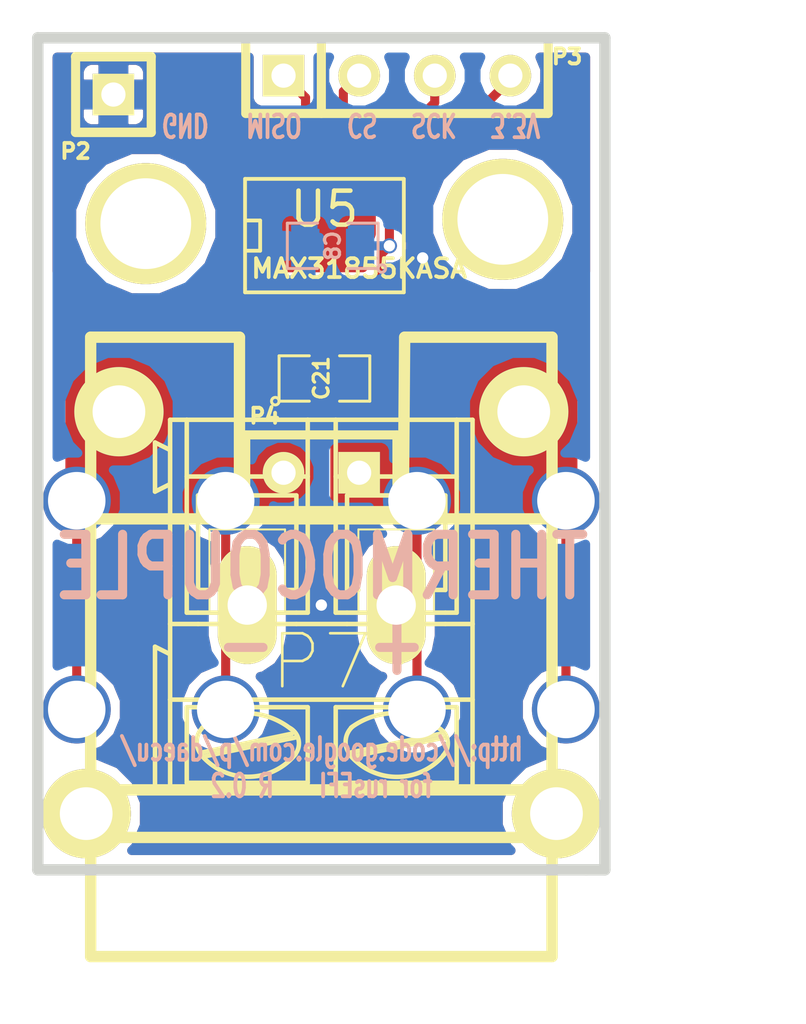
<source format=kicad_pcb>
(kicad_pcb (version 3) (host pcbnew "(2013-07-07 BZR 4022)-stable")

  (general
    (links 27)
    (no_connects 0)
    (area 93.7768 56.5658 124.877288 94.6912)
    (thickness 1.6002)
    (drawings 14)
    (tracks 56)
    (zones 0)
    (modules 12)
    (nets 8)
  )

  (page A)
  (title_block 
    (title "Thermocouple breakout")
    (rev R0.2)
    (company "rusEFI by DAECU")
  )

  (layers
    (15 Front signal)
    (0 Back signal)
    (16 B.Adhes user)
    (17 F.Adhes user)
    (18 B.Paste user)
    (19 F.Paste user)
    (20 B.SilkS user)
    (21 F.SilkS user)
    (22 B.Mask user)
    (23 F.Mask user)
    (24 Dwgs.User user)
    (25 Cmts.User user)
    (26 Eco1.User user)
    (27 Eco2.User user)
    (28 Edge.Cuts user)
  )

  (setup
    (last_trace_width 0.3048)
    (user_trace_width 0.381)
    (user_trace_width 0.508)
    (user_trace_width 0.635)
    (user_trace_width 1.016)
    (trace_clearance 0.3048)
    (zone_clearance 0.3048)
    (zone_45_only no)
    (trace_min 0.00762)
    (segment_width 0.381)
    (edge_width 0.381)
    (via_size 0.508)
    (via_drill 0.381)
    (via_min_size 0.02032)
    (via_min_drill 0.381)
    (user_via 1.00076 0.89916)
    (uvia_size 0.508)
    (uvia_drill 0.127)
    (uvias_allowed no)
    (uvia_min_size 0.02032)
    (uvia_min_drill 0.127)
    (pcb_text_width 0.3048)
    (pcb_text_size 1.524 2.032)
    (mod_edge_width 0.254)
    (mod_text_size 1.524 1.524)
    (mod_text_width 0.3048)
    (pad_size 0.635 1.143)
    (pad_drill 0)
    (pad_to_mask_clearance 0.254)
    (aux_axis_origin 0 0)
    (visible_elements 7FFFFF3F)
    (pcbplotparams
      (layerselection 284983297)
      (usegerberextensions true)
      (excludeedgelayer true)
      (linewidth 0.150000)
      (plotframeref false)
      (viasonmask false)
      (mode 1)
      (useauxorigin false)
      (hpglpennumber 1)
      (hpglpenspeed 20)
      (hpglpendiameter 15)
      (hpglpenoverlay 0)
      (psnegative false)
      (psa4output false)
      (plotreference true)
      (plotvalue false)
      (plotothertext false)
      (plotinvisibletext false)
      (padsonsilk false)
      (subtractmaskfromsilk false)
      (outputformat 1)
      (mirror false)
      (drillshape 0)
      (scaleselection 1)
      (outputdirectory thermocouple_gerbers))
  )

  (net 0 "")
  (net 1 //CS)
  (net 2 /MISO)
  (net 3 /SCK)
  (net 4 /TCPL+)
  (net 5 /TCPL-)
  (net 6 3.3v)
  (net 7 GND)

  (net_class Default "This is the default net class."
    (clearance 0.3048)
    (trace_width 0.3048)
    (via_dia 0.508)
    (via_drill 0.381)
    (uvia_dia 0.508)
    (uvia_drill 0.127)
    (add_net "")
    (add_net //CS)
    (add_net /MISO)
    (add_net /SCK)
    (add_net /TCPL+)
    (add_net /TCPL-)
    (add_net 3.3v)
    (add_net GND)
  )

  (module 1pin (layer Front) (tedit 4F629911) (tstamp 4F628E0D)
    (at 98.87712 65.29578)
    (descr "module 1 pin (ou trou mecanique de percage)")
    (tags DEV)
    (path /4F629521)
    (fp_text reference V802 (at 0 -3.048) (layer F.SilkS) hide
      (effects (font (size 1.016 1.016) (thickness 0.254)))
    )
    (fp_text value VIA (at 0 2.794) (layer F.SilkS) hide
      (effects (font (size 1.016 1.016) (thickness 0.254)))
    )
    (pad 1 thru_hole circle (at 0 0) (size 4.064 4.064) (drill 3.048)
      (layers *.Cu *.Mask F.SilkS)
    )
  )

  (module 1pin (layer Front) (tedit 4F629903) (tstamp 4F6280CB)
    (at 110.871 65.151)
    (descr "module 1 pin (ou trou mecanique de percage)")
    (tags DEV)
    (path /4F627FCA)
    (fp_text reference V801 (at 0 -3.048) (layer F.SilkS) hide
      (effects (font (size 1.016 1.016) (thickness 0.254)))
    )
    (fp_text value VIA (at 0 2.794) (layer F.SilkS) hide
      (effects (font (size 1.016 1.016) (thickness 0.254)))
    )
    (pad 1 thru_hole circle (at 0 0) (size 4.064 4.064) (drill 3.048)
      (layers *.Cu *.Mask F.SilkS)
    )
  )

  (module SO8E (layer Front) (tedit 4F661D77) (tstamp 4E47F42B)
    (at 104.87914 65.6971)
    (descr "module CMS SOJ 8 pins etroit")
    (tags "CMS SOJ")
    (path /4E13FF86)
    (attr smd)
    (fp_text reference U5 (at 0 -0.889) (layer F.SilkS)
      (effects (font (size 1.143 1.143) (thickness 0.1524)))
    )
    (fp_text value MAX31855KASA (at 1.16586 1.1049) (layer F.SilkS)
      (effects (font (size 0.635 0.635) (thickness 0.127)))
    )
    (fp_line (start -2.667 1.778) (end -2.667 1.905) (layer F.SilkS) (width 0.127))
    (fp_line (start -2.667 1.905) (end 2.667 1.905) (layer F.SilkS) (width 0.127))
    (fp_line (start 2.667 -1.905) (end -2.667 -1.905) (layer F.SilkS) (width 0.127))
    (fp_line (start -2.667 -1.905) (end -2.667 1.778) (layer F.SilkS) (width 0.127))
    (fp_line (start -2.667 -0.508) (end -2.159 -0.508) (layer F.SilkS) (width 0.127))
    (fp_line (start -2.159 -0.508) (end -2.159 0.508) (layer F.SilkS) (width 0.127))
    (fp_line (start -2.159 0.508) (end -2.667 0.508) (layer F.SilkS) (width 0.127))
    (fp_line (start 2.667 -1.905) (end 2.667 1.905) (layer F.SilkS) (width 0.127))
    (pad 8 smd rect (at -1.905 -2.667) (size 0.508 1.143)
      (layers Front F.Paste F.Mask)
    )
    (pad 1 smd rect (at -1.905 2.667) (size 0.508 1.143)
      (layers Front F.Paste F.Mask)
      (net 7 GND)
    )
    (pad 7 smd rect (at -0.635 -2.667) (size 0.508 1.143)
      (layers Front F.Paste F.Mask)
      (net 2 /MISO)
    )
    (pad 6 smd rect (at 0.635 -2.667) (size 0.508 1.143)
      (layers Front F.Paste F.Mask)
      (net 1 //CS)
    )
    (pad 5 smd rect (at 1.905 -2.667) (size 0.508 1.143)
      (layers Front F.Paste F.Mask)
      (net 3 /SCK)
    )
    (pad 2 smd rect (at -0.635 2.667) (size 0.508 1.143)
      (layers Front F.Paste F.Mask)
      (net 5 /TCPL-)
    )
    (pad 3 smd rect (at 0.635 2.667) (size 0.508 1.143)
      (layers Front F.Paste F.Mask)
      (net 4 /TCPL+)
    )
    (pad 4 smd rect (at 1.905 2.667) (size 0.508 1.143)
      (layers Front F.Paste F.Mask)
      (net 6 3.3v)
    )
    (model 3D/so-8.wrl
      (at (xyz 0 0 0))
      (scale (xyz 1 1 1))
      (rotate (xyz 0 0 0))
    )
  )

  (module tcpl_PCC-SMP (layer Front) (tedit 535A1C3C) (tstamp 535A19ED)
    (at 104.775 78.359 270)
    (path /535A15DB)
    (fp_text reference P1 (at -1.778 9.779 270) (layer F.SilkS) hide
      (effects (font (size 1.524 1.524) (thickness 0.3048)))
    )
    (fp_text value CONN_2 (at -1.5748 4.699 360) (layer F.SilkS) hide
      (effects (font (size 1.524 1.524) (thickness 0.3048)))
    )
    (fp_text user - (at 1.016 2.54 360) (layer F.SilkS)
      (effects (font (size 1.524 1.524) (thickness 0.3048)))
    )
    (fp_text user + (at 1.016 -2.54 270) (layer F.SilkS)
      (effects (font (size 1.524 1.524) (thickness 0.3048)))
    )
    (fp_line (start -3.0988 7.74954) (end -9.25068 7.74954) (layer F.SilkS) (width 0.381))
    (fp_line (start -9.25068 7.74954) (end -9.25068 2.75082) (layer F.SilkS) (width 0.381))
    (fp_line (start -9.25068 2.75082) (end -3.1496 2.75082) (layer F.SilkS) (width 0.381))
    (fp_line (start -3.1496 -2.75082) (end -9.25068 -2.79908) (layer F.SilkS) (width 0.381))
    (fp_line (start -9.25068 -2.79908) (end -9.25068 -7.74954) (layer F.SilkS) (width 0.381))
    (fp_line (start -9.25068 -7.74954) (end -3.1496 -7.74954) (layer F.SilkS) (width 0.381))
    (fp_line (start 5.95122 7.74954) (end 5.95122 -7.74954) (layer F.SilkS) (width 0.381))
    (fp_line (start 7.54888 -7.74954) (end 7.54888 7.74954) (layer F.SilkS) (width 0.381))
    (fp_line (start -3.1496 -7.74954) (end 11.54938 -7.74954) (layer F.SilkS) (width 0.381))
    (fp_line (start -3.1496 7.74954) (end -3.1496 -7.74954) (layer F.SilkS) (width 0.381))
    (fp_line (start 11.54938 7.74954) (end -3.1496 7.74954) (layer F.SilkS) (width 0.381))
    (fp_line (start 11.54938 -7.74954) (end 11.54938 7.74954) (layer F.SilkS) (width 0.381))
    (pad M thru_hole circle (at 6.74878 -7.8994 270) (size 2.99974 2.99974) (drill 1.77038)
      (layers *.Cu *.Mask F.SilkS)
    )
    (pad M thru_hole circle (at 6.74878 7.8994 270) (size 2.99974 2.99974) (drill 1.77038)
      (layers *.Cu *.Mask F.SilkS)
    )
    (pad 2 thru_hole circle (at -6.74878 -6.79958 270) (size 2.99974 2.99974) (drill 1.77038)
      (layers *.Cu *.Mask F.SilkS)
      (net 4 /TCPL+)
    )
    (pad 1 thru_hole circle (at -6.74878 6.79958 270) (size 2.99974 2.99974) (drill 1.77038)
      (layers *.Cu *.Mask F.SilkS)
      (net 5 /TCPL-)
    )
    (model 3D/TCPL_CONNECTOR_PCC-SMP.wrl
      (at (xyz 0.46 0.315 -0.17))
      (scale (xyz 10 10 10))
      (rotate (xyz 0 0 180))
    )
  )

  (module SIL-4 (layer Front) (tedit 535A1D77) (tstamp 4F67B26C)
    (at 107.315 60.325)
    (descr "Connecteur 4 pibs")
    (tags "CONN DEV")
    (path /535A166C)
    (fp_text reference P3 (at 5.715 -0.635) (layer F.SilkS)
      (effects (font (size 0.508 0.508) (thickness 0.127)))
    )
    (fp_text value CONN_4 (at 0 -2.54) (layer F.SilkS) hide
      (effects (font (size 1.524 1.016) (thickness 0.3048)))
    )
    (fp_line (start -5.08 -1.27) (end -5.08 -1.27) (layer F.SilkS) (width 0.3048))
    (fp_line (start -5.08 1.27) (end -5.08 -1.27) (layer F.SilkS) (width 0.3048))
    (fp_line (start -5.08 -1.27) (end -5.08 -1.27) (layer F.SilkS) (width 0.3048))
    (fp_line (start -5.08 -1.27) (end 5.08 -1.27) (layer F.SilkS) (width 0.3048))
    (fp_line (start 5.08 -1.27) (end 5.08 1.27) (layer F.SilkS) (width 0.3048))
    (fp_line (start 5.08 1.27) (end -5.08 1.27) (layer F.SilkS) (width 0.3048))
    (fp_line (start -2.54 1.27) (end -2.54 -1.27) (layer F.SilkS) (width 0.3048))
    (pad 1 thru_hole rect (at -3.81 0) (size 1.397 1.397) (drill 0.8128)
      (layers *.Cu *.Mask F.SilkS)
      (net 2 /MISO)
    )
    (pad 2 thru_hole circle (at -1.27 0) (size 1.397 1.397) (drill 0.8128)
      (layers *.Cu *.Mask F.SilkS)
      (net 1 //CS)
    )
    (pad 3 thru_hole circle (at 1.27 0) (size 1.397 1.397) (drill 0.8128)
      (layers *.Cu *.Mask F.SilkS)
      (net 3 /SCK)
    )
    (pad 4 thru_hole circle (at 3.81 0) (size 1.397 1.397) (drill 0.8128)
      (layers *.Cu *.Mask F.SilkS)
      (net 6 3.3v)
    )
  )

  (module SIL-1 (layer Front) (tedit 535A1D7C) (tstamp 4F5CF533)
    (at 97.79 60.96 180)
    (descr "Connecteurs 1 pin")
    (tags "CONN DEV")
    (path /535A1737)
    (fp_text reference P2 (at 1.27 -1.905 180) (layer F.SilkS)
      (effects (font (size 0.508 0.508) (thickness 0.127)))
    )
    (fp_text value CONN_1 (at 0 -2.54 180) (layer F.SilkS) hide
      (effects (font (size 1.524 1.016) (thickness 0.254)))
    )
    (fp_line (start -1.27 1.27) (end 1.27 1.27) (layer F.SilkS) (width 0.3175))
    (fp_line (start -1.27 -1.27) (end 1.27 -1.27) (layer F.SilkS) (width 0.3175))
    (fp_line (start -1.27 1.27) (end -1.27 -1.27) (layer F.SilkS) (width 0.3048))
    (fp_line (start 1.27 -1.27) (end 1.27 1.27) (layer F.SilkS) (width 0.3048))
    (pad 1 thru_hole rect (at 0 0 180) (size 1.397 1.397) (drill 0.8128)
      (layers *.Cu *.Mask F.SilkS)
      (net 7 GND)
    )
  )

  (module SIL-2 (layer Front) (tedit 535A1CFD) (tstamp 535A1BB9)
    (at 104.775 73.66 180)
    (descr "Connecteurs 2 pins")
    (tags "CONN DEV")
    (path /535A1B1D)
    (fp_text reference P4 (at 1.905 1.905 180) (layer F.SilkS)
      (effects (font (size 0.508 0.508) (thickness 0.127)))
    )
    (fp_text value CONN_2 (at 0 -2.54 180) (layer F.SilkS) hide
      (effects (font (size 1.524 1.016) (thickness 0.3048)))
    )
    (fp_line (start -2.54 1.27) (end -2.54 -1.27) (layer F.SilkS) (width 0.3048))
    (fp_line (start -2.54 -1.27) (end 2.54 -1.27) (layer F.SilkS) (width 0.3048))
    (fp_line (start 2.54 -1.27) (end 2.54 1.27) (layer F.SilkS) (width 0.3048))
    (fp_line (start 2.54 1.27) (end -2.54 1.27) (layer F.SilkS) (width 0.3048))
    (pad 1 thru_hole rect (at -1.27 0 180) (size 1.397 1.397) (drill 0.8128)
      (layers *.Cu *.Mask F.SilkS)
      (net 4 /TCPL+)
    )
    (pad 2 thru_hole circle (at 1.27 0 180) (size 1.397 1.397) (drill 0.8128)
      (layers *.Cu *.Mask F.SilkS)
      (net 5 /TCPL-)
    )
  )

  (module SM0805-SM0603 (layer Back) (tedit 54220BA7) (tstamp 4E47F455)
    (at 105.156 66.04 180)
    (path /4E13FFE2)
    (attr smd)
    (fp_text reference C8 (at 0 0 450) (layer B.SilkS)
      (effects (font (size 0.50038 0.50038) (thickness 0.10922)) (justify mirror))
    )
    (fp_text value 100nF (at 0 -0.381 180) (layer B.SilkS) hide
      (effects (font (size 0.50038 0.50038) (thickness 0.10922)) (justify mirror))
    )
    (fp_circle (center -1.651 -0.762) (end -1.651 -0.635) (layer B.SilkS) (width 0.09906))
    (fp_line (start -0.508 -0.762) (end -1.524 -0.762) (layer B.SilkS) (width 0.09906))
    (fp_line (start -1.524 -0.762) (end -1.524 0.762) (layer B.SilkS) (width 0.09906))
    (fp_line (start -1.524 0.762) (end -0.508 0.762) (layer B.SilkS) (width 0.09906))
    (fp_line (start 0.508 0.762) (end 1.524 0.762) (layer B.SilkS) (width 0.09906))
    (fp_line (start 1.524 0.762) (end 1.524 -0.762) (layer B.SilkS) (width 0.09906))
    (fp_line (start 1.524 -0.762) (end 0.508 -0.762) (layer B.SilkS) (width 0.09906))
    (pad 1 smd rect (at -0.9525 0 180) (size 0.889 1.397)
      (layers Back B.Paste B.Mask)
      (net 6 3.3v)
    )
    (pad 2 smd rect (at 0.9525 0 180) (size 0.889 1.397)
      (layers Back B.Paste B.Mask)
      (net 7 GND)
    )
    (pad 1 smd rect (at -0.762 0 180) (size 0.635 1.143)
      (layers Back B.Paste B.Mask)
      (net 6 3.3v)
    )
    (pad 2 smd rect (at 0.762 0 180) (size 0.635 1.143)
      (layers Back B.Paste B.Mask)
      (net 7 GND)
    )
    (model smd/chip_cms.wrl
      (at (xyz 0 0 0))
      (scale (xyz 0.1 0.1 0.1))
      (rotate (xyz 0 0 0))
    )
  )

  (module SM0805-SM0603 (layer Front) (tedit 54220B8D) (tstamp 4E4C6BB1)
    (at 104.87914 70.49516)
    (path /4E4C6B54)
    (attr smd)
    (fp_text reference C21 (at -0.10414 -0.01016 90) (layer F.SilkS)
      (effects (font (size 0.50038 0.50038) (thickness 0.10922)))
    )
    (fp_text value 10nF (at 0 0.381) (layer F.SilkS) hide
      (effects (font (size 0.50038 0.50038) (thickness 0.10922)))
    )
    (fp_circle (center -1.651 0.762) (end -1.651 0.635) (layer F.SilkS) (width 0.09906))
    (fp_line (start -0.508 0.762) (end -1.524 0.762) (layer F.SilkS) (width 0.09906))
    (fp_line (start -1.524 0.762) (end -1.524 -0.762) (layer F.SilkS) (width 0.09906))
    (fp_line (start -1.524 -0.762) (end -0.508 -0.762) (layer F.SilkS) (width 0.09906))
    (fp_line (start 0.508 -0.762) (end 1.524 -0.762) (layer F.SilkS) (width 0.09906))
    (fp_line (start 1.524 -0.762) (end 1.524 0.762) (layer F.SilkS) (width 0.09906))
    (fp_line (start 1.524 0.762) (end 0.508 0.762) (layer F.SilkS) (width 0.09906))
    (pad 1 smd rect (at -0.9525 0) (size 0.889 1.397)
      (layers Front F.Paste F.Mask)
      (net 5 /TCPL-)
    )
    (pad 2 smd rect (at 0.9525 0) (size 0.889 1.397)
      (layers Front F.Paste F.Mask)
      (net 4 /TCPL+)
    )
    (pad 1 smd rect (at -0.762 0) (size 0.635 1.143)
      (layers Front F.Paste F.Mask)
      (net 5 /TCPL-)
    )
    (pad 2 smd rect (at 0.762 0) (size 0.635 1.143)
      (layers Front F.Paste F.Mask)
      (net 4 /TCPL+)
    )
    (model smd/chip_cms.wrl
      (at (xyz 0 0 0))
      (scale (xyz 0.1 0.1 0.1))
      (rotate (xyz 0 0 0))
    )
  )

  (module SCREW_TERM_534-7693 (layer Front) (tedit 54C42281) (tstamp 54C427F8)
    (at 99.06 78.105 180)
    (path /54C4236A)
    (fp_text reference P5 (at 0 -0.3175 180) (layer F.SilkS) hide
      (effects (font (size 0.127 0.127) (thickness 0.00254)))
    )
    (fp_text value CONN_1 (at 0.09906 -0.8001 180) (layer F.SilkS) hide
      (effects (font (size 0.127 0.127) (thickness 0.00254)))
    )
    (pad 1 thru_hole circle (at 2.5019 -3.5052 180) (size 2.286 2.286) (drill 1.9304)
      (layers *.Cu *.Mask)
      (net 5 /TCPL-)
    )
    (pad 1 thru_hole circle (at 2.5019 3.5052 180) (size 2.286 2.286) (drill 1.9304)
      (layers *.Cu *.Mask)
      (net 5 /TCPL-)
    )
    (pad 1 thru_hole circle (at -2.5019 3.5052 180) (size 2.286 2.286) (drill 1.9304)
      (layers *.Cu *.Mask)
      (net 5 /TCPL-)
    )
    (pad 1 thru_hole circle (at -2.5019 -3.5052 180) (size 2.286 2.286) (drill 1.9304)
      (layers *.Cu *.Mask)
      (net 5 /TCPL-)
    )
    (model 3D/screw_term_534-7693.wrl
      (at (xyz 0 0 0.22))
      (scale (xyz 10 10 10))
      (rotate (xyz 270 0 90))
    )
  )

  (module SCREW_TERM_534-7693 (layer Front) (tedit 54C42281) (tstamp 54C42800)
    (at 110.49 78.105 180)
    (path /54C42383)
    (fp_text reference P6 (at 0 -0.3175 180) (layer F.SilkS) hide
      (effects (font (size 0.127 0.127) (thickness 0.00254)))
    )
    (fp_text value CONN_1 (at 0.09906 -0.8001 180) (layer F.SilkS) hide
      (effects (font (size 0.127 0.127) (thickness 0.00254)))
    )
    (pad 1 thru_hole circle (at 2.5019 -3.5052 180) (size 2.286 2.286) (drill 1.9304)
      (layers *.Cu *.Mask)
      (net 4 /TCPL+)
    )
    (pad 1 thru_hole circle (at 2.5019 3.5052 180) (size 2.286 2.286) (drill 1.9304)
      (layers *.Cu *.Mask)
      (net 4 /TCPL+)
    )
    (pad 1 thru_hole circle (at -2.5019 3.5052 180) (size 2.286 2.286) (drill 1.9304)
      (layers *.Cu *.Mask)
      (net 4 /TCPL+)
    )
    (pad 1 thru_hole circle (at -2.5019 -3.5052 180) (size 2.286 2.286) (drill 1.9304)
      (layers *.Cu *.Mask)
      (net 4 /TCPL+)
    )
    (model 3D/screw_term_534-7693.wrl
      (at (xyz 0 0 0.22))
      (scale (xyz 10 10 10))
      (rotate (xyz 270 0 90))
    )
  )

  (module AK300-2 (layer Front) (tedit 54C7CA13) (tstamp 54C7DD75)
    (at 104.775 78.105 180)
    (descr CONNECTOR)
    (tags CONNECTOR)
    (path /54C7C9BE)
    (attr virtual)
    (fp_text reference P7 (at 0 -1.905 180) (layer F.SilkS)
      (effects (font (size 1.778 1.778) (thickness 0.0889)))
    )
    (fp_text value CONN_2 (at 0.254 7.747 180) (layer F.SilkS) hide
      (effects (font (size 1.778 1.778) (thickness 0.0889)))
    )
    (fp_line (start -3.7846 2.54) (end -1.2446 2.54) (layer F.SilkS) (width 0.06604))
    (fp_line (start -1.2446 2.54) (end -1.2446 -0.254) (layer F.SilkS) (width 0.06604))
    (fp_line (start -3.7846 -0.254) (end -1.2446 -0.254) (layer F.SilkS) (width 0.06604))
    (fp_line (start -3.7846 2.54) (end -3.7846 -0.254) (layer F.SilkS) (width 0.06604))
    (fp_line (start 1.2192 2.54) (end 3.7592 2.54) (layer F.SilkS) (width 0.06604))
    (fp_line (start 3.7592 2.54) (end 3.7592 -0.254) (layer F.SilkS) (width 0.06604))
    (fp_line (start 1.2192 -0.254) (end 3.7592 -0.254) (layer F.SilkS) (width 0.06604))
    (fp_line (start 1.2192 2.54) (end 1.2192 -0.254) (layer F.SilkS) (width 0.06604))
    (fp_line (start 5.08 -6.223) (end 5.08 -3.175) (layer F.SilkS) (width 0.1524))
    (fp_line (start 5.08 -6.223) (end -5.08 -6.223) (layer F.SilkS) (width 0.1524))
    (fp_line (start 5.08 -6.223) (end 5.588 -6.223) (layer F.SilkS) (width 0.1524))
    (fp_line (start 5.588 -6.223) (end 5.588 -1.397) (layer F.SilkS) (width 0.1524))
    (fp_line (start 5.588 -1.397) (end 5.08 -1.651) (layer F.SilkS) (width 0.1524))
    (fp_line (start 5.588 5.461) (end 5.08 5.207) (layer F.SilkS) (width 0.1524))
    (fp_line (start 5.08 5.207) (end 5.08 6.223) (layer F.SilkS) (width 0.1524))
    (fp_line (start 5.588 3.81) (end 5.08 4.064) (layer F.SilkS) (width 0.1524))
    (fp_line (start 5.08 4.064) (end 5.08 5.207) (layer F.SilkS) (width 0.1524))
    (fp_line (start 5.588 3.81) (end 5.588 5.461) (layer F.SilkS) (width 0.1524))
    (fp_line (start 0.4572 6.223) (end 0.4572 4.318) (layer F.SilkS) (width 0.1524))
    (fp_line (start 4.5212 -0.254) (end 4.5212 4.318) (layer F.SilkS) (width 0.1524))
    (fp_line (start 0.4572 6.223) (end 4.5212 6.223) (layer F.SilkS) (width 0.1524))
    (fp_line (start 4.5212 6.223) (end 5.08 6.223) (layer F.SilkS) (width 0.1524))
    (fp_line (start -0.4826 6.223) (end -0.4826 4.318) (layer F.SilkS) (width 0.1524))
    (fp_line (start -0.4826 6.223) (end 0.4572 6.223) (layer F.SilkS) (width 0.1524))
    (fp_line (start -4.5466 -0.254) (end -4.5466 4.318) (layer F.SilkS) (width 0.1524))
    (fp_line (start -5.08 6.223) (end -4.5466 6.223) (layer F.SilkS) (width 0.1524))
    (fp_line (start -4.5466 6.223) (end -0.4826 6.223) (layer F.SilkS) (width 0.1524))
    (fp_line (start 0.4572 4.318) (end 4.5212 4.318) (layer F.SilkS) (width 0.1524))
    (fp_line (start 0.4572 4.318) (end 0.4572 -0.254) (layer F.SilkS) (width 0.1524))
    (fp_line (start 4.5212 4.318) (end 4.5212 6.223) (layer F.SilkS) (width 0.1524))
    (fp_line (start -0.4826 4.318) (end -4.5466 4.318) (layer F.SilkS) (width 0.1524))
    (fp_line (start -0.4826 4.318) (end -0.4826 -0.254) (layer F.SilkS) (width 0.1524))
    (fp_line (start -4.5466 4.318) (end -4.5466 6.223) (layer F.SilkS) (width 0.1524))
    (fp_line (start 4.1402 3.683) (end 4.1402 0.508) (layer F.SilkS) (width 0.1524))
    (fp_line (start 4.1402 3.683) (end 0.8382 3.683) (layer F.SilkS) (width 0.1524))
    (fp_line (start 0.8382 3.683) (end 0.8382 0.508) (layer F.SilkS) (width 0.1524))
    (fp_line (start -0.8636 3.683) (end -0.8636 0.508) (layer F.SilkS) (width 0.1524))
    (fp_line (start -0.8636 3.683) (end -4.1656 3.683) (layer F.SilkS) (width 0.1524))
    (fp_line (start -4.1656 3.683) (end -4.1656 0.508) (layer F.SilkS) (width 0.1524))
    (fp_line (start -4.1656 0.508) (end -3.7846 0.508) (layer F.SilkS) (width 0.1524))
    (fp_line (start -0.8636 0.508) (end -1.2446 0.508) (layer F.SilkS) (width 0.1524))
    (fp_line (start 0.8382 0.508) (end 1.2192 0.508) (layer F.SilkS) (width 0.1524))
    (fp_line (start 4.1402 0.508) (end 3.7592 0.508) (layer F.SilkS) (width 0.1524))
    (fp_line (start -5.08 6.223) (end -5.08 -0.635) (layer F.SilkS) (width 0.1524))
    (fp_line (start -5.08 -0.635) (end -5.08 -3.175) (layer F.SilkS) (width 0.1524))
    (fp_line (start 5.08 -1.651) (end 5.08 -0.635) (layer F.SilkS) (width 0.1524))
    (fp_line (start 5.08 -0.635) (end 5.08 4.064) (layer F.SilkS) (width 0.1524))
    (fp_line (start -5.08 -3.175) (end 5.08 -3.175) (layer F.SilkS) (width 0.1524))
    (fp_line (start -5.08 -3.175) (end -5.08 -6.223) (layer F.SilkS) (width 0.1524))
    (fp_line (start 5.08 -3.175) (end 5.08 -1.651) (layer F.SilkS) (width 0.1524))
    (fp_line (start 0.4572 -3.429) (end 0.4572 -5.969) (layer F.SilkS) (width 0.1524))
    (fp_line (start 0.4572 -5.969) (end 4.5212 -5.969) (layer F.SilkS) (width 0.1524))
    (fp_line (start 4.5212 -5.969) (end 4.5212 -3.429) (layer F.SilkS) (width 0.1524))
    (fp_line (start 4.5212 -3.429) (end 0.4572 -3.429) (layer F.SilkS) (width 0.1524))
    (fp_line (start -0.4826 -3.429) (end -0.4826 -5.969) (layer F.SilkS) (width 0.1524))
    (fp_line (start -0.4826 -3.429) (end -4.5466 -3.429) (layer F.SilkS) (width 0.1524))
    (fp_line (start -4.5466 -3.429) (end -4.5466 -5.969) (layer F.SilkS) (width 0.1524))
    (fp_line (start -0.4826 -5.969) (end -4.5466 -5.969) (layer F.SilkS) (width 0.1524))
    (fp_line (start 0.8636 -4.445) (end 3.9116 -5.08) (layer F.SilkS) (width 0.1524))
    (fp_line (start 0.9906 -4.318) (end 4.0386 -4.953) (layer F.SilkS) (width 0.1524))
    (fp_line (start -4.1402 -4.445) (end -1.08966 -5.08) (layer F.SilkS) (width 0.1524))
    (fp_line (start -4.0132 -4.318) (end -0.9652 -4.953) (layer F.SilkS) (width 0.1524))
    (fp_line (start -4.5466 -0.254) (end -4.1656 -0.254) (layer F.SilkS) (width 0.1524))
    (fp_line (start -0.4826 -0.254) (end -0.8636 -0.254) (layer F.SilkS) (width 0.1524))
    (fp_line (start -0.8636 -0.254) (end -4.1656 -0.254) (layer F.SilkS) (width 0.1524))
    (fp_line (start -5.08 -0.635) (end -4.1656 -0.635) (layer F.SilkS) (width 0.1524))
    (fp_line (start -4.1656 -0.635) (end -0.8636 -0.635) (layer F.SilkS) (width 0.1524))
    (fp_line (start -0.8636 -0.635) (end 0.8382 -0.635) (layer F.SilkS) (width 0.1524))
    (fp_line (start 5.08 -0.635) (end 4.1402 -0.635) (layer F.SilkS) (width 0.1524))
    (fp_line (start 4.1402 -0.635) (end 0.8382 -0.635) (layer F.SilkS) (width 0.1524))
    (fp_line (start 4.5212 -0.254) (end 4.1402 -0.254) (layer F.SilkS) (width 0.1524))
    (fp_line (start 0.4572 -0.254) (end 0.8382 -0.254) (layer F.SilkS) (width 0.1524))
    (fp_line (start 0.8382 -0.254) (end 4.1402 -0.254) (layer F.SilkS) (width 0.1524))
    (fp_arc (start 3.5052 -4.59486) (end 4.01066 -5.05206) (angle 90.5) (layer F.SilkS) (width 0.1524))
    (fp_arc (start 2.54 -6.0706) (end 4.00304 -4.11734) (angle 75.5) (layer F.SilkS) (width 0.1524))
    (fp_arc (start 2.46126 -3.7084) (end 0.8636 -5.0038) (angle 100) (layer F.SilkS) (width 0.1524))
    (fp_arc (start 1.3462 -4.64566) (end 1.05664 -4.1275) (angle 104.2) (layer F.SilkS) (width 0.1524))
    (fp_arc (start -1.4986 -4.59486) (end -0.9906 -5.05206) (angle 90.5) (layer F.SilkS) (width 0.1524))
    (fp_arc (start -2.46126 -6.0706) (end -0.99822 -4.11734) (angle 75.5) (layer F.SilkS) (width 0.1524))
    (fp_arc (start -2.53746 -3.7084) (end -4.1402 -5.0038) (angle 100) (layer F.SilkS) (width 0.1524))
    (fp_arc (start -3.6576 -4.64566) (end -3.94462 -4.1275) (angle 104.2) (layer F.SilkS) (width 0.1524))
    (pad 1 thru_hole oval (at -2.5146 0 180) (size 1.9812 3.9624) (drill 1.3208)
      (layers *.Cu F.Paste F.SilkS F.Mask)
      (net 4 /TCPL+)
    )
    (pad 2 thru_hole oval (at 2.4892 0 180) (size 1.9812 3.9624) (drill 1.3208)
      (layers *.Cu F.Paste F.SilkS F.Mask)
      (net 5 /TCPL-)
    )
  )

  (gr_text "http://code.google.com/p/daecu/\nfor rusEFI    R 0.2" (at 104.775 83.566) (layer B.SilkS)
    (effects (font (size 0.762 0.508) (thickness 0.127)) (justify mirror))
  )
  (gr_text "MISO    CS   SCK   3.3V" (at 107.188 61.976 180) (layer B.SilkS)
    (effects (font (size 0.762 0.508) (thickness 0.127)) (justify mirror))
  )
  (gr_text GND (at 100.203 61.976 180) (layer B.SilkS)
    (effects (font (size 0.762 0.508) (thickness 0.127)) (justify mirror))
  )
  (dimension 19.05 (width 0.3048) (layer Cmts.User)
    (gr_text "0.7500 in" (at 104.775 93.065599) (layer Cmts.User)
      (effects (font (size 2.032 1.524) (thickness 0.3048)))
    )
    (feature1 (pts (xy 114.3 88.9) (xy 114.3 94.691199)))
    (feature2 (pts (xy 95.25 88.9) (xy 95.25 94.691199)))
    (crossbar (pts (xy 95.25 91.439999) (xy 114.3 91.439999)))
    (arrow1a (pts (xy 114.3 91.439999) (xy 113.173497 92.026419)))
    (arrow1b (pts (xy 114.3 91.439999) (xy 113.173497 90.853579)))
    (arrow2a (pts (xy 95.25 91.439999) (xy 96.376503 92.026419)))
    (arrow2b (pts (xy 95.25 91.439999) (xy 96.376503 90.853579)))
  )
  (dimension 27.94 (width 0.3048) (layer Cmts.User)
    (gr_text "1.1000 in" (at 119.1006 73.025 90) (layer Cmts.User)
      (effects (font (size 2.032 1.524) (thickness 0.3048)))
    )
    (feature1 (pts (xy 116.205 59.055) (xy 120.7262 59.055)))
    (feature2 (pts (xy 116.205 86.995) (xy 120.7262 86.995)))
    (crossbar (pts (xy 117.475 86.995) (xy 117.475 59.055)))
    (arrow1a (pts (xy 117.475 59.055) (xy 118.06142 60.181503)))
    (arrow1b (pts (xy 117.475 59.055) (xy 116.88858 60.181503)))
    (arrow2a (pts (xy 117.475 86.995) (xy 118.06142 85.868497)))
    (arrow2b (pts (xy 117.475 86.995) (xy 116.88858 85.868497)))
  )
  (gr_line (start 114.3 86.995) (end 113.665 86.995) (angle 90) (layer Edge.Cuts) (width 0.381))
  (gr_line (start 114.3 59.055) (end 114.3 86.995) (angle 90) (layer Edge.Cuts) (width 0.381))
  (gr_line (start 95.25 59.055) (end 114.3 59.055) (angle 90) (layer Edge.Cuts) (width 0.381))
  (gr_line (start 95.25 86.995) (end 95.25 59.055) (angle 90) (layer Edge.Cuts) (width 0.381))
  (gr_line (start 113.665 86.995) (end 95.25 86.995) (angle 90) (layer Edge.Cuts) (width 0.381))
  (gr_text + (at 107.315 79.375) (layer B.SilkS)
    (effects (font (size 2.032 1.524) (thickness 0.3048)))
  )
  (gr_text - (at 102.235 79.375) (layer B.SilkS)
    (effects (font (size 2.032 1.524) (thickness 0.3048)))
  )
  (gr_text THERMOCOUPLE (at 104.775 76.835) (layer B.SilkS)
    (effects (font (size 2.032 1.524) (thickness 0.3048)) (justify mirror))
  )
  (gr_text - (at 102.34422 84.19592) (layer F.SilkS)
    (effects (font (size 2.032 1.524) (thickness 0.3048)))
  )

  (segment (start 105.51414 63.0301) (end 105.51414 60.85586) (width 0.3048) (layer Front) (net 1))
  (segment (start 105.51414 60.85586) (end 106.045 60.325) (width 0.3048) (layer Front) (net 1) (tstamp 535A1F73))
  (segment (start 104.24414 63.0301) (end 104.24414 61.06414) (width 0.3048) (layer Front) (net 2))
  (segment (start 104.24414 61.06414) (end 103.505 60.325) (width 0.3048) (layer Front) (net 2) (tstamp 535A1F6E))
  (segment (start 104.24414 62.63386) (end 104.24414 63.0301) (width 0.2032) (layer Front) (net 2))
  (segment (start 108.585 60.325) (end 108.585 61.22924) (width 0.3048) (layer Front) (net 3))
  (segment (start 108.585 61.22924) (end 106.78414 63.0301) (width 0.3048) (layer Front) (net 3) (tstamp 535A1F78))
  (segment (start 107.9881 74.5998) (end 107.9881 77.4065) (width 0.3048) (layer Front) (net 4))
  (segment (start 107.9881 77.4065) (end 107.2896 78.105) (width 0.3048) (layer Front) (net 4) (tstamp 54C7DCB9))
  (segment (start 112.9919 74.5998) (end 107.9881 74.5998) (width 0.3048) (layer Front) (net 4))
  (segment (start 112.9919 81.6102) (end 112.9919 74.5998) (width 0.3048) (layer Front) (net 4))
  (segment (start 107.9881 81.6102) (end 107.9881 74.5998) (width 0.3048) (layer Front) (net 4))
  (segment (start 106.045 73.66) (end 107.0483 73.66) (width 0.3048) (layer Front) (net 4))
  (segment (start 107.0483 73.66) (end 107.9881 74.5998) (width 0.3048) (layer Front) (net 4) (tstamp 54C42832))
  (segment (start 105.51414 68.3641) (end 105.51414 73.12914) (width 0.2032) (layer Front) (net 4))
  (segment (start 105.51414 73.12914) (end 106.045 73.66) (width 0.2032) (layer Front) (net 4) (tstamp 535A1D16))
  (segment (start 105.51414 68.3641) (end 105.51414 70.36816) (width 0.508) (layer Front) (net 4))
  (segment (start 105.51414 70.36816) (end 105.64114 70.49516) (width 0.508) (layer Front) (net 4))
  (segment (start 105.64114 70.49516) (end 110.45952 70.49516) (width 0.508) (layer Front) (net 4))
  (segment (start 110.45952 70.49516) (end 111.57458 71.61022) (width 0.508) (layer Front) (net 4))
  (segment (start 101.5619 74.5998) (end 101.5619 77.3811) (width 0.3048) (layer Front) (net 5))
  (segment (start 101.5619 77.3811) (end 102.2858 78.105) (width 0.3048) (layer Front) (net 5) (tstamp 54C7DCB6))
  (segment (start 96.5581 74.5998) (end 101.5619 74.5998) (width 0.3048) (layer Front) (net 5))
  (segment (start 101.5619 81.6102) (end 101.5619 74.5998) (width 0.3048) (layer Front) (net 5))
  (segment (start 96.5581 81.6102) (end 96.5581 74.5998) (width 0.3048) (layer Front) (net 5))
  (segment (start 103.505 73.66) (end 102.5017 73.66) (width 0.3048) (layer Front) (net 5))
  (segment (start 102.5017 73.66) (end 101.5619 74.5998) (width 0.3048) (layer Front) (net 5) (tstamp 54C4283C))
  (segment (start 99.09048 70.49516) (end 97.97542 71.61022) (width 0.508) (layer Front) (net 5))
  (segment (start 104.11714 70.49516) (end 99.09048 70.49516) (width 0.508) (layer Front) (net 5))
  (segment (start 104.24414 70.36816) (end 104.11714 70.49516) (width 0.508) (layer Front) (net 5))
  (segment (start 104.24414 68.3641) (end 104.24414 70.36816) (width 0.508) (layer Front) (net 5))
  (segment (start 104.24414 68.3641) (end 104.24414 72.92086) (width 0.2032) (layer Front) (net 5))
  (segment (start 104.24414 72.92086) (end 103.505 73.66) (width 0.2032) (layer Front) (net 5) (tstamp 535A1D0E))
  (segment (start 106.1085 66.04) (end 107.061 66.04) (width 0.3048) (layer Back) (net 6))
  (via (at 107.061 66.04) (size 0.508) (layers Front Back) (net 6))
  (segment (start 107.061 66.04) (end 107.061 64.516) (width 0.3048) (layer Front) (net 6))
  (segment (start 111.125 60.452) (end 111.125 60.325) (width 0.3048) (layer Front) (net 6) (tstamp 535A2433))
  (segment (start 107.061 64.516) (end 111.125 60.452) (width 0.3048) (layer Front) (net 6) (tstamp 535A2425))
  (segment (start 106.78414 68.3641) (end 106.78414 66.31686) (width 0.3048) (layer Front) (net 6))
  (segment (start 106.78414 66.31686) (end 107.061 66.04) (width 0.3048) (layer Front) (net 6) (tstamp 535A20D0))
  (segment (start 104.2035 66.04) (end 104.2035 68.5165) (width 0.3048) (layer Back) (net 7))
  (via (at 104.775 78.105) (size 0.508) (layers Front Back) (net 7))
  (segment (start 104.775 69.088) (end 104.775 78.105) (width 0.3048) (layer Back) (net 7) (tstamp 54C7DCC0))
  (segment (start 104.2035 68.5165) (end 104.775 69.088) (width 0.3048) (layer Back) (net 7) (tstamp 54C7DCBE))
  (segment (start 107.3658 64.9224) (end 107.3404 64.9224) (width 0.3048) (layer Back) (net 7))
  (segment (start 107.3658 64.9224) (end 108.1786 65.7352) (width 0.3048) (layer Back) (net 7) (tstamp 535A240D))
  (segment (start 108.1786 65.7352) (end 108.1786 66.4464) (width 0.3048) (layer Back) (net 7) (tstamp 535A2411))
  (via (at 108.1786 66.4464) (size 0.508) (layers Front Back) (net 7))
  (segment (start 108.1024 66.3702) (end 108.1786 66.4464) (width 0.3048) (layer Front) (net 7) (tstamp 535A241A))
  (segment (start 104.2035 65.2145) (end 104.2035 66.04) (width 0.3048) (layer Back) (net 7) (tstamp 53863438))
  (segment (start 104.648 64.77) (end 104.2035 65.2145) (width 0.3048) (layer Back) (net 7) (tstamp 53863437))
  (segment (start 107.188 64.77) (end 104.648 64.77) (width 0.3048) (layer Back) (net 7) (tstamp 53863436))
  (segment (start 107.3404 64.9224) (end 107.188 64.77) (width 0.3048) (layer Back) (net 7) (tstamp 53863435))
  (segment (start 102.97414 68.3641) (end 102.97414 65.12814) (width 0.3048) (layer Front) (net 7))
  (segment (start 98.806 60.96) (end 97.79 60.96) (width 0.3048) (layer Front) (net 7) (tstamp 535A20DA))
  (segment (start 102.97414 65.12814) (end 98.806 60.96) (width 0.3048) (layer Front) (net 7) (tstamp 535A20D6))

  (zone (net 4) (net_name /TCPL+) (layer Front) (tstamp 535A2568) (hatch edge 0.508)
    (connect_pads yes (clearance 0.2032))
    (min_thickness 0.254)
    (fill (arc_segments 16) (thermal_gap 0.508) (thermal_bridge_width 0.508) (smoothing fillet) (radius 0.508))
    (polygon
      (pts
        (xy 113.37798 75.29576) (xy 113.37798 67.39636) (xy 105.07726 67.39636) (xy 105.07726 75.29576)
      )
    )
    (filled_polygon
      (pts
        (xy 113.25098 74.775252) (xy 113.21968 74.93261) (xy 113.137628 75.055408) (xy 113.01483 75.13746) (xy 112.857472 75.16876)
        (xy 105.597768 75.16876) (xy 105.44041 75.13746) (xy 105.317612 75.055408) (xy 105.23556 74.93261) (xy 105.20426 74.775252)
        (xy 105.20426 67.916868) (xy 105.23556 67.75951) (xy 105.317612 67.636712) (xy 105.44041 67.55466) (xy 105.597768 67.52336)
        (xy 106.18866 67.52336) (xy 106.164292 67.547686) (xy 106.098416 67.706333) (xy 106.098266 67.878113) (xy 106.098266 69.021113)
        (xy 106.163865 69.179875) (xy 106.285226 69.301448) (xy 106.443873 69.367324) (xy 106.615653 69.367474) (xy 107.123653 69.367474)
        (xy 107.282415 69.301875) (xy 107.403988 69.180514) (xy 107.469864 69.021867) (xy 107.470014 68.850087) (xy 107.470014 67.707087)
        (xy 107.404415 67.548325) (xy 107.379493 67.52336) (xy 110.159591 67.52336) (xy 110.37877 67.614371) (xy 111.35893 67.615226)
        (xy 111.581262 67.52336) (xy 112.857472 67.52336) (xy 113.01483 67.55466) (xy 113.137628 67.636712) (xy 113.21968 67.75951)
        (xy 113.25098 67.916868) (xy 113.25098 74.775252)
      )
    )
  )
  (zone (net 5) (net_name /TCPL-) (layer Front) (tstamp 535A2567) (hatch edge 0.508)
    (connect_pads yes (clearance 0.2032))
    (min_thickness 0.254)
    (fill (arc_segments 16) (thermal_gap 0.508) (thermal_bridge_width 0.508) (smoothing fillet) (radius 0.508))
    (polygon
      (pts
        (xy 104.67848 75.29576) (xy 104.67848 67.39636) (xy 96.1771 67.39636) (xy 96.1771 75.29576)
      )
    )
    (filled_polygon
      (pts
        (xy 104.55148 74.775252) (xy 104.52018 74.93261) (xy 104.438128 75.055408) (xy 104.31533 75.13746) (xy 104.157972 75.16876)
        (xy 96.697608 75.16876) (xy 96.54025 75.13746) (xy 96.417452 75.055408) (xy 96.3354 74.93261) (xy 96.3041 74.775252)
        (xy 96.3041 67.916868) (xy 96.3354 67.75951) (xy 96.417452 67.636712) (xy 96.54025 67.55466) (xy 96.697608 67.52336)
        (xy 97.817043 67.52336) (xy 98.38489 67.759151) (xy 99.36505 67.760006) (xy 99.937776 67.52336) (xy 102.37866 67.52336)
        (xy 102.354292 67.547686) (xy 102.288416 67.706333) (xy 102.288266 67.878113) (xy 102.288266 69.021113) (xy 102.353865 69.179875)
        (xy 102.475226 69.301448) (xy 102.633873 69.367324) (xy 102.805653 69.367474) (xy 103.313653 69.367474) (xy 103.472415 69.301875)
        (xy 103.593988 69.180514) (xy 103.659864 69.021867) (xy 103.660014 68.850087) (xy 103.660014 67.707087) (xy 103.594415 67.548325)
        (xy 103.569493 67.52336) (xy 104.157972 67.52336) (xy 104.31533 67.55466) (xy 104.438128 67.636712) (xy 104.52018 67.75951)
        (xy 104.55148 67.916868) (xy 104.55148 74.775252)
      )
    )
  )
  (zone (net 7) (net_name GND) (layer Back) (tstamp 535A2566) (hatch edge 0.508)
    (connect_pads (clearance 0.3048))
    (min_thickness 0.3048)
    (fill (arc_segments 16) (thermal_gap 0.3) (thermal_bridge_width 1.38176) (smoothing fillet) (radius 0.508))
    (polygon
      (pts
        (xy 114.935 58.42) (xy 94.615 58.42) (xy 94.615 87.63) (xy 114.935 87.63)
      )
    )
    (filled_polygon
      (pts
        (xy 113.6523 80.151751) (xy 113.311596 80.010279) (xy 112.674997 80.009724) (xy 112.086644 80.252826) (xy 111.636108 80.702576)
        (xy 111.391979 81.290504) (xy 111.391424 81.927103) (xy 111.634526 82.515456) (xy 112.084276 82.965992) (xy 112.528819 83.150582)
        (xy 112.286823 83.150371) (xy 111.567257 83.44769) (xy 111.016244 83.997742) (xy 110.717671 84.716787) (xy 110.716991 85.495357)
        (xy 111.01431 86.214923) (xy 111.146456 86.3473) (xy 109.588576 86.3473) (xy 109.588576 81.293297) (xy 109.345474 80.704944)
        (xy 108.895724 80.254408) (xy 108.394179 80.046148) (xy 108.627193 79.69742) (xy 108.7374 79.143371) (xy 108.7374 77.066629)
        (xy 108.627193 76.51258) (xy 108.393958 76.16352) (xy 108.893356 75.957174) (xy 109.343892 75.507424) (xy 109.588021 74.919496)
        (xy 109.588576 74.282897) (xy 109.345474 73.694544) (xy 108.895724 73.244008) (xy 108.307796 72.999879) (xy 107.772323 72.999412)
        (xy 107.772323 65.899154) (xy 107.664277 65.637664) (xy 107.464388 65.437426) (xy 107.203087 65.328924) (xy 107.010279 65.328755)
        (xy 107.010279 65.250956) (xy 106.940821 65.082855) (xy 106.812321 64.954131) (xy 106.644341 64.88438) (xy 106.462456 64.884221)
        (xy 105.573456 64.884221) (xy 105.405355 64.953679) (xy 105.276631 65.082179) (xy 105.231517 65.190824) (xy 105.213131 65.209179)
        (xy 105.153401 65.353024) (xy 105.094802 65.211902) (xy 105.076416 65.193548) (xy 105.031302 65.084902) (xy 104.903929 64.957751)
        (xy 104.737593 64.889022) (xy 104.53885 64.8891) (xy 104.42575 65.0022) (xy 104.42575 65.69075) (xy 104.55275 65.69075)
        (xy 104.55275 65.75425) (xy 104.7115 65.75425) (xy 104.7115 66.32575) (xy 104.55275 66.32575) (xy 104.55275 66.38925)
        (xy 104.42575 66.38925) (xy 104.42575 67.0778) (xy 104.53885 67.1909) (xy 104.737593 67.190978) (xy 104.903929 67.122249)
        (xy 105.031302 66.995098) (xy 105.076416 66.886451) (xy 105.094802 66.868098) (xy 105.153462 66.726829) (xy 105.212679 66.870145)
        (xy 105.231489 66.888988) (xy 105.276179 66.997145) (xy 105.404679 67.125869) (xy 105.572659 67.19562) (xy 105.754544 67.195779)
        (xy 106.643544 67.195779) (xy 106.811645 67.126321) (xy 106.940369 66.997821) (xy 107.01012 66.829841) (xy 107.010188 66.751155)
        (xy 107.201846 66.751323) (xy 107.463336 66.643277) (xy 107.663574 66.443388) (xy 107.772076 66.182087) (xy 107.772323 65.899154)
        (xy 107.772323 72.999412) (xy 107.671197 72.999324) (xy 107.200779 73.193696) (xy 107.200779 72.870956) (xy 107.131321 72.702855)
        (xy 107.002821 72.574131) (xy 106.834841 72.50438) (xy 106.652956 72.504221) (xy 105.255956 72.504221) (xy 105.087855 72.573679)
        (xy 104.959131 72.702179) (xy 104.88938 72.870159) (xy 104.889221 73.052044) (xy 104.889221 74.449044) (xy 104.958679 74.617145)
        (xy 105.087179 74.745869) (xy 105.255159 74.81562) (xy 105.437044 74.815779) (xy 106.387711 74.815779) (xy 106.387624 74.916703)
        (xy 106.630726 75.505056) (xy 106.834639 75.709326) (xy 106.735551 75.729036) (xy 106.265851 76.04288) (xy 105.952007 76.51258)
        (xy 105.8418 77.066629) (xy 105.8418 79.143371) (xy 105.952007 79.69742) (xy 106.265851 80.16712) (xy 106.735551 80.480964)
        (xy 106.834575 80.500661) (xy 106.632308 80.702576) (xy 106.388179 81.290504) (xy 106.387624 81.927103) (xy 106.630726 82.515456)
        (xy 107.080476 82.965992) (xy 107.668404 83.210121) (xy 108.305003 83.210676) (xy 108.893356 82.967574) (xy 109.343892 82.517824)
        (xy 109.588021 81.929896) (xy 109.588576 81.293297) (xy 109.588576 86.3473) (xy 104.6609 86.3473) (xy 104.6609 73.431126)
        (xy 104.485326 73.006204) (xy 104.23525 72.755691) (xy 104.23525 66.9508) (xy 104.23525 66.32575) (xy 104.23525 65.75425)
        (xy 104.23525 65.1292) (xy 104.12215 65.0161) (xy 103.986907 65.016022) (xy 103.98125 65.018359) (xy 103.98125 65.0022)
        (xy 103.86815 64.8891) (xy 103.669407 64.889022) (xy 103.503071 64.957751) (xy 103.375698 65.084902) (xy 103.306679 65.251117)
        (xy 103.306522 65.431093) (xy 103.3066 65.57765) (xy 103.4197 65.69075) (xy 103.6737 65.69075) (xy 103.7372 65.75425)
        (xy 104.23525 65.75425) (xy 104.23525 66.32575) (xy 103.7372 66.32575) (xy 103.6737 66.38925) (xy 103.4197 66.38925)
        (xy 103.3066 66.50235) (xy 103.306522 66.648907) (xy 103.306679 66.828883) (xy 103.375698 66.995098) (xy 103.503071 67.122249)
        (xy 103.669407 67.190978) (xy 103.86815 67.1909) (xy 103.98125 67.0778) (xy 103.98125 67.06164) (xy 103.986907 67.063978)
        (xy 104.12215 67.0639) (xy 104.23525 66.9508) (xy 104.23525 72.755691) (xy 104.160506 72.680817) (xy 103.735891 72.504502)
        (xy 103.276126 72.5041) (xy 102.851204 72.679674) (xy 102.525817 73.004494) (xy 102.432709 73.228721) (xy 101.881596 72.999879)
        (xy 101.366751 72.99943) (xy 101.366751 64.80282) (xy 100.988591 63.887604) (xy 100.288979 63.18677) (xy 99.374425 62.807013)
        (xy 98.940978 62.806634) (xy 98.940978 61.568907) (xy 98.940978 60.351093) (xy 98.940821 60.171117) (xy 98.871802 60.004902)
        (xy 98.744429 59.877751) (xy 98.578093 59.809022) (xy 98.25235 59.8091) (xy 98.13925 59.9222) (xy 98.13925 60.61075)
        (xy 98.8278 60.61075) (xy 98.9409 60.49765) (xy 98.940978 60.351093) (xy 98.940978 61.568907) (xy 98.9409 61.42235)
        (xy 98.8278 61.30925) (xy 98.13925 61.30925) (xy 98.13925 61.9978) (xy 98.25235 62.1109) (xy 98.578093 62.110978)
        (xy 98.744429 62.042249) (xy 98.871802 61.915098) (xy 98.940821 61.748883) (xy 98.940978 61.568907) (xy 98.940978 62.806634)
        (xy 98.38416 62.806149) (xy 97.468944 63.184309) (xy 97.44075 63.212453) (xy 97.44075 61.9978) (xy 97.44075 61.30925)
        (xy 97.44075 60.61075) (xy 97.44075 59.9222) (xy 97.32765 59.8091) (xy 97.001907 59.809022) (xy 96.835571 59.877751)
        (xy 96.708198 60.004902) (xy 96.639179 60.171117) (xy 96.639022 60.351093) (xy 96.6391 60.49765) (xy 96.7522 60.61075)
        (xy 97.44075 60.61075) (xy 97.44075 61.30925) (xy 96.7522 61.30925) (xy 96.6391 61.42235) (xy 96.639022 61.568907)
        (xy 96.639179 61.748883) (xy 96.708198 61.915098) (xy 96.835571 62.042249) (xy 97.001907 62.110978) (xy 97.32765 62.1109)
        (xy 97.44075 61.9978) (xy 97.44075 63.212453) (xy 96.76811 63.883921) (xy 96.388353 64.798475) (xy 96.387489 65.78874)
        (xy 96.765649 66.703956) (xy 97.465261 67.40479) (xy 98.379815 67.784547) (xy 99.37008 67.785411) (xy 100.285296 67.407251)
        (xy 100.98613 66.707639) (xy 101.365887 65.793085) (xy 101.366751 64.80282) (xy 101.366751 72.99943) (xy 101.244997 72.999324)
        (xy 100.656644 73.242426) (xy 100.206108 73.692176) (xy 99.961979 74.280104) (xy 99.961424 74.916703) (xy 100.204526 75.505056)
        (xy 100.654276 75.955592) (xy 101.175703 76.172107) (xy 100.948207 76.51258) (xy 100.838 77.066629) (xy 100.838 79.143371)
        (xy 100.948207 79.69742) (xy 101.175946 80.038255) (xy 100.656644 80.252826) (xy 100.206108 80.702576) (xy 99.961979 81.290504)
        (xy 99.961424 81.927103) (xy 100.204526 82.515456) (xy 100.654276 82.965992) (xy 101.242204 83.210121) (xy 101.878803 83.210676)
        (xy 102.467156 82.967574) (xy 102.917692 82.517824) (xy 103.161821 81.929896) (xy 103.162376 81.293297) (xy 102.919274 80.704944)
        (xy 102.719568 80.504889) (xy 102.839849 80.480964) (xy 103.309549 80.16712) (xy 103.623393 79.69742) (xy 103.7336 79.143371)
        (xy 103.7336 77.066629) (xy 103.623393 76.51258) (xy 103.309549 76.04288) (xy 102.839849 75.729036) (xy 102.719644 75.705125)
        (xy 102.917692 75.507424) (xy 103.161821 74.919496) (xy 103.161952 74.768926) (xy 103.274109 74.815498) (xy 103.733874 74.8159)
        (xy 104.158796 74.640326) (xy 104.484183 74.315506) (xy 104.660498 73.890891) (xy 104.6609 73.431126) (xy 104.6609 86.3473)
        (xy 98.404047 86.3473) (xy 98.533756 86.217818) (xy 98.832329 85.498773) (xy 98.833009 84.720203) (xy 98.53569 84.000637)
        (xy 97.985638 83.449624) (xy 97.266593 83.151051) (xy 97.019828 83.150835) (xy 97.463356 82.967574) (xy 97.913892 82.517824)
        (xy 98.158021 81.929896) (xy 98.158576 81.293297) (xy 97.915474 80.704944) (xy 97.465724 80.254408) (xy 96.877796 80.010279)
        (xy 96.241197 80.009724) (xy 95.8977 80.151653) (xy 95.8977 76.058248) (xy 96.238404 76.199721) (xy 96.875003 76.200276)
        (xy 97.463356 75.957174) (xy 97.913892 75.507424) (xy 98.158021 74.919496) (xy 98.158576 74.282897) (xy 97.915474 73.694544)
        (xy 97.788279 73.567127) (xy 98.362997 73.567629) (xy 99.082563 73.27031) (xy 99.633576 72.720258) (xy 99.932149 72.001213)
        (xy 99.932829 71.222643) (xy 99.63551 70.503077) (xy 99.085458 69.952064) (xy 98.366413 69.653491) (xy 97.587843 69.652811)
        (xy 96.868277 69.95013) (xy 96.317264 70.500182) (xy 96.018691 71.219227) (xy 96.018011 71.997797) (xy 96.31533 72.717363)
        (xy 96.597108 72.999634) (xy 96.241197 72.999324) (xy 95.8977 73.141253) (xy 95.8977 59.7027) (xy 102.349233 59.7027)
        (xy 102.349221 59.717044) (xy 102.349221 61.114044) (xy 102.418679 61.282145) (xy 102.547179 61.410869) (xy 102.715159 61.48062)
        (xy 102.897044 61.480779) (xy 104.294044 61.480779) (xy 104.462145 61.411321) (xy 104.590869 61.282821) (xy 104.66062 61.114841)
        (xy 104.660779 60.932956) (xy 104.660779 59.7027) (xy 105.052028 59.7027) (xy 104.889502 60.094109) (xy 104.8891 60.553874)
        (xy 105.064674 60.978796) (xy 105.389494 61.304183) (xy 105.814109 61.480498) (xy 106.273874 61.4809) (xy 106.698796 61.305326)
        (xy 107.024183 60.980506) (xy 107.200498 60.555891) (xy 107.2009 60.096126) (xy 107.038339 59.7027) (xy 107.592028 59.7027)
        (xy 107.429502 60.094109) (xy 107.4291 60.553874) (xy 107.604674 60.978796) (xy 107.929494 61.304183) (xy 108.354109 61.480498)
        (xy 108.813874 61.4809) (xy 109.238796 61.305326) (xy 109.564183 60.980506) (xy 109.740498 60.555891) (xy 109.7409 60.096126)
        (xy 109.578339 59.7027) (xy 110.132028 59.7027) (xy 109.969502 60.094109) (xy 109.9691 60.553874) (xy 110.144674 60.978796)
        (xy 110.469494 61.304183) (xy 110.894109 61.480498) (xy 111.353874 61.4809) (xy 111.778796 61.305326) (xy 112.104183 60.980506)
        (xy 112.280498 60.555891) (xy 112.2809 60.096126) (xy 112.118339 59.7027) (xy 113.6523 59.7027) (xy 113.6523 73.141351)
        (xy 113.311596 72.999879) (xy 112.952939 72.999566) (xy 113.232736 72.720258) (xy 113.531309 72.001213) (xy 113.531989 71.222643)
        (xy 113.360631 70.807925) (xy 113.360631 64.65804) (xy 112.982471 63.742824) (xy 112.282859 63.04199) (xy 111.368305 62.662233)
        (xy 110.37804 62.661369) (xy 109.462824 63.039529) (xy 108.76199 63.739141) (xy 108.382233 64.653695) (xy 108.381369 65.64396)
        (xy 108.759529 66.559176) (xy 109.459141 67.26001) (xy 110.373695 67.639767) (xy 111.36396 67.640631) (xy 112.279176 67.262471)
        (xy 112.98001 66.562859) (xy 113.359767 65.648305) (xy 113.360631 64.65804) (xy 113.360631 70.807925) (xy 113.23467 70.503077)
        (xy 112.684618 69.952064) (xy 111.965573 69.653491) (xy 111.187003 69.652811) (xy 110.467437 69.95013) (xy 109.916424 70.500182)
        (xy 109.617851 71.219227) (xy 109.617171 71.997797) (xy 109.91449 72.717363) (xy 110.464542 73.268376) (xy 111.183587 73.566949)
        (xy 111.761048 73.567453) (xy 111.636108 73.692176) (xy 111.391979 74.280104) (xy 111.391424 74.916703) (xy 111.634526 75.505056)
        (xy 112.084276 75.955592) (xy 112.672204 76.199721) (xy 113.308803 76.200276) (xy 113.6523 76.058346) (xy 113.6523 80.151751)
      )
    )
  )
  (zone (net 7) (net_name GND) (layer Front) (tstamp 535A256C) (hatch edge 0.508)
    (connect_pads (clearance 0.3048))
    (min_thickness 0.3048)
    (fill (arc_segments 16) (thermal_gap 0.3) (thermal_bridge_width 1.38176) (smoothing fillet) (radius 0.508))
    (polygon
      (pts
        (xy 93.98 57.785) (xy 115.57 57.785) (xy 115.57 88.265) (xy 93.98 88.265)
      )
    )
    (polygon
      (pts        (xy 95.758 75.692) (xy 95.758 66.929) (xy 113.792 66.929) (xy 113.792 75.692)
      )
    )
    (filled_polygon
      (pts
        (xy 106.656016 64.058879) (xy 106.629948 64.084948) (xy 106.497803 64.282716) (xy 106.4514 64.516) (xy 106.4514 65.653532)
        (xy 106.356272 65.882623) (xy 106.353088 65.885808) (xy 106.220943 66.083576) (xy 106.17454 66.31686) (xy 106.17454 66.7766)
        (xy 100.917048 66.7766) (xy 100.98613 66.707639) (xy 101.365887 65.793085) (xy 101.366751 64.80282) (xy 100.988591 63.887604)
        (xy 100.288979 63.18677) (xy 99.374425 62.807013) (xy 98.940978 62.806634) (xy 98.940978 61.568907) (xy 98.940978 60.351093)
        (xy 98.940821 60.171117) (xy 98.871802 60.004902) (xy 98.744429 59.877751) (xy 98.578093 59.809022) (xy 98.25235 59.8091)
        (xy 98.13925 59.9222) (xy 98.13925 60.61075) (xy 98.8278 60.61075) (xy 98.9409 60.49765) (xy 98.940978 60.351093)
        (xy 98.940978 61.568907) (xy 98.9409 61.42235) (xy 98.8278 61.30925) (xy 98.13925 61.30925) (xy 98.13925 61.9978)
        (xy 98.25235 62.1109) (xy 98.578093 62.110978) (xy 98.744429 62.042249) (xy 98.871802 61.915098) (xy 98.940821 61.748883)
        (xy 98.940978 61.568907) (xy 98.940978 62.806634) (xy 98.38416 62.806149) (xy 97.468944 63.184309) (xy 97.44075 63.212453)
        (xy 97.44075 61.9978) (xy 97.44075 61.30925) (xy 97.44075 60.61075) (xy 97.44075 59.9222) (xy 97.32765 59.8091)
        (xy 97.001907 59.809022) (xy 96.835571 59.877751) (xy 96.708198 60.004902) (xy 96.639179 60.171117) (xy 96.639022 60.351093)
        (xy 96.6391 60.49765) (xy 96.7522 60.61075) (xy 97.44075 60.61075) (xy 97.44075 61.30925) (xy 96.7522 61.30925)
        (xy 96.6391 61.42235) (xy 96.639022 61.568907) (xy 96.639179 61.748883) (xy 96.708198 61.915098) (xy 96.835571 62.042249)
        (xy 97.001907 62.110978) (xy 97.32765 62.1109) (xy 97.44075 61.9978) (xy 97.44075 63.212453) (xy 96.76811 63.883921)
        (xy 96.388353 64.798475) (xy 96.387489 65.78874) (xy 96.765649 66.703956) (xy 96.838166 66.7766) (xy 96.25099 66.7766)
        (xy 96.012133 66.824111) (xy 95.8977 66.900573) (xy 95.8977 59.7027) (xy 102.349233 59.7027) (xy 102.349221 59.717044)
        (xy 102.349221 61.114044) (xy 102.418679 61.282145) (xy 102.547179 61.410869) (xy 102.715159 61.48062) (xy 102.897044 61.480779)
        (xy 103.63454 61.480779) (xy 103.63454 62.167565) (xy 103.609039 62.193021) (xy 103.487461 62.071231) (xy 103.319481 62.00148)
        (xy 103.137596 62.001321) (xy 102.629596 62.001321) (xy 102.461495 62.070779) (xy 102.332771 62.199279) (xy 102.26302 62.367259)
        (xy 102.262861 62.549144) (xy 102.262861 63.692144) (xy 102.332319 63.860245) (xy 102.460819 63.988969) (xy 102.628799 64.05872)
        (xy 102.810684 64.058879) (xy 103.318684 64.058879) (xy 103.486785 63.989421) (xy 103.60924 63.867178) (xy 103.730819 63.988969)
        (xy 103.898799 64.05872) (xy 104.080684 64.058879) (xy 104.588684 64.058879) (xy 104.756785 63.989421) (xy 104.87924 63.867178)
        (xy 105.000819 63.988969) (xy 105.168799 64.05872) (xy 105.350684 64.058879) (xy 105.858684 64.058879) (xy 106.026785 63.989421)
        (xy 106.14924 63.867178) (xy 106.270819 63.988969) (xy 106.438799 64.05872) (xy 106.620684 64.058879) (xy 106.656016 64.058879)
      )
    )
    (filled_polygon
      (pts
        (xy 112.528819 83.150582) (xy 112.286823 83.150371) (xy 111.567257 83.44769) (xy 111.016244 83.997742) (xy 110.717671 84.716787)
        (xy 110.716991 85.495357) (xy 111.01431 86.214923) (xy 111.146456 86.3473) (xy 98.404047 86.3473) (xy 98.533756 86.217818)
        (xy 98.832329 85.498773) (xy 98.833009 84.720203) (xy 98.53569 84.000637) (xy 97.985638 83.449624) (xy 97.266593 83.151051)
        (xy 97.019828 83.150835) (xy 97.463356 82.967574) (xy 97.913892 82.517824) (xy 98.158021 81.929896) (xy 98.158576 81.293297)
        (xy 97.915474 80.704944) (xy 97.465724 80.254408) (xy 97.1677 80.130657) (xy 97.1677 76.079336) (xy 97.463356 75.957174)
        (xy 97.576327 75.8444) (xy 100.543277 75.8444) (xy 100.654276 75.955592) (xy 100.9523 76.079342) (xy 100.9523 76.506454)
        (xy 100.948207 76.51258) (xy 100.838 77.066629) (xy 100.838 79.143371) (xy 100.948207 79.69742) (xy 100.9523 79.703545)
        (xy 100.9523 80.130663) (xy 100.656644 80.252826) (xy 100.206108 80.702576) (xy 99.961979 81.290504) (xy 99.961424 81.927103)
        (xy 100.204526 82.515456) (xy 100.654276 82.965992) (xy 101.242204 83.210121) (xy 101.878803 83.210676) (xy 102.467156 82.967574)
        (xy 102.917692 82.517824) (xy 103.161821 81.929896) (xy 103.162376 81.293297) (xy 102.919274 80.704944) (xy 102.719568 80.504889)
        (xy 102.839849 80.480964) (xy 103.309549 80.16712) (xy 103.623393 79.69742) (xy 103.7336 79.143371) (xy 103.7336 77.066629)
        (xy 103.623393 76.51258) (xy 103.309549 76.04288) (xy 103.012503 75.8444) (xy 106.562896 75.8444) (xy 106.265851 76.04288)
        (xy 105.952007 76.51258) (xy 105.8418 77.066629) (xy 105.8418 79.143371) (xy 105.952007 79.69742) (xy 106.265851 80.16712)
        (xy 106.735551 80.480964) (xy 106.834575 80.500661) (xy 106.632308 80.702576) (xy 106.388179 81.290504) (xy 106.387624 81.927103)
        (xy 106.630726 82.515456) (xy 107.080476 82.965992) (xy 107.668404 83.210121) (xy 108.305003 83.210676) (xy 108.893356 82.967574)
        (xy 109.343892 82.517824) (xy 109.588021 81.929896) (xy 109.588576 81.293297) (xy 109.345474 80.704944) (xy 108.895724 80.254408)
        (xy 108.5977 80.130657) (xy 108.5977 79.741559) (xy 108.627193 79.69742) (xy 108.7374 79.143371) (xy 108.7374 77.066629)
        (xy 108.627193 76.51258) (xy 108.5977 76.46844) (xy 108.5977 76.079336) (xy 108.893356 75.957174) (xy 109.006327 75.8444)
        (xy 111.973277 75.8444) (xy 112.084276 75.955592) (xy 112.3823 76.079342) (xy 112.3823 80.130663) (xy 112.086644 80.252826)
        (xy 111.636108 80.702576) (xy 111.391979 81.290504) (xy 111.391424 81.927103) (xy 111.634526 82.515456) (xy 112.084276 82.965992)
        (xy 112.528819 83.150582)
      )
    )
    (filled_polygon
      (pts
        (xy 113.6523 66.900573) (xy 113.537867 66.824111) (xy 113.29901 66.7766) (xy 112.765895 66.7766) (xy 112.98001 66.562859)
        (xy 113.359767 65.648305) (xy 113.360631 64.65804) (xy 112.982471 63.742824) (xy 112.282859 63.04199) (xy 111.368305 62.662233)
        (xy 110.37804 62.661369) (xy 109.462824 63.039529) (xy 108.76199 63.739141) (xy 108.382233 64.653695) (xy 108.381369 65.64396)
        (xy 108.759529 66.559176) (xy 108.976573 66.7766) (xy 107.39374 66.7766) (xy 107.39374 66.672033) (xy 107.463336 66.643277)
        (xy 107.663574 66.443388) (xy 107.772076 66.182087) (xy 107.772323 65.899154) (xy 107.6706 65.652966) (xy 107.6706 64.768504)
        (xy 110.95855 61.480554) (xy 111.353874 61.4809) (xy 111.778796 61.305326) (xy 112.104183 60.980506) (xy 112.280498 60.555891)
        (xy 112.2809 60.096126) (xy 112.118339 59.7027) (xy 113.6523 59.7027) (xy 113.6523 66.900573)
      )
    )
  )
)

</source>
